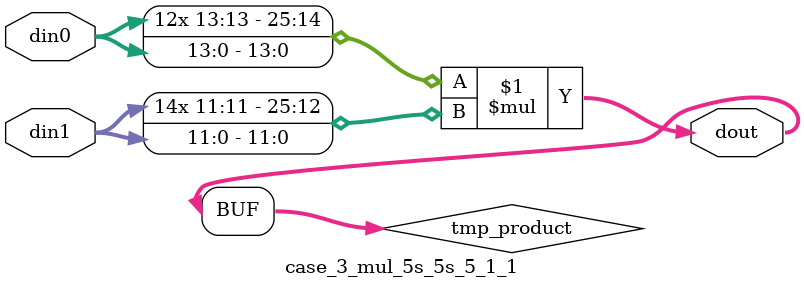
<source format=v>

`timescale 1 ns / 1 ps

 module case_3_mul_5s_5s_5_1_1(din0, din1, dout);
parameter ID = 1;
parameter NUM_STAGE = 0;
parameter din0_WIDTH = 14;
parameter din1_WIDTH = 12;
parameter dout_WIDTH = 26;

input [din0_WIDTH - 1 : 0] din0; 
input [din1_WIDTH - 1 : 0] din1; 
output [dout_WIDTH - 1 : 0] dout;

wire signed [dout_WIDTH - 1 : 0] tmp_product;



























assign tmp_product = $signed(din0) * $signed(din1);








assign dout = tmp_product;





















endmodule

</source>
